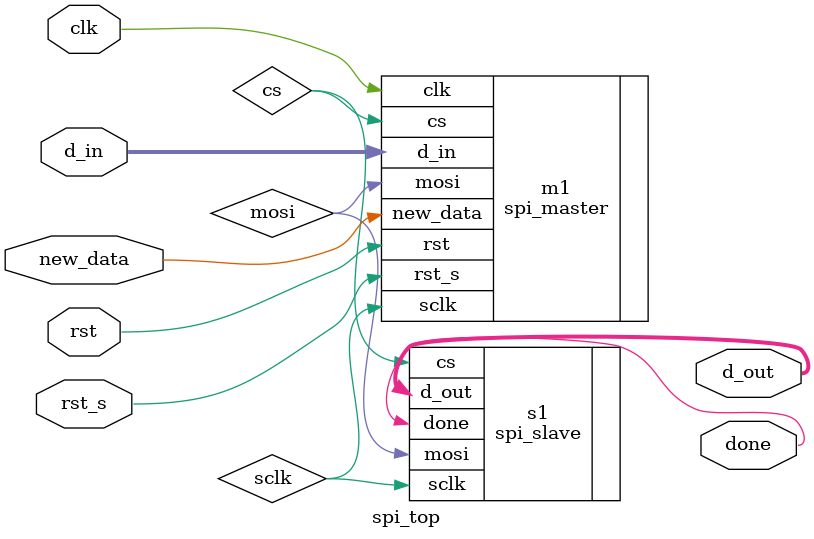
<source format=v>
`timescale 1ns/1ps
module spi_top( clk, d_in, new_data, rst, rst_s, done, d_out
);

input clk, new_data, rst, rst_s;
input [11:0] d_in;
output done;
output [11:0] d_out;

spi_master m1(
   . clk(clk), 
   . rst(rst),
   . rst_s(rst_s), 
   . new_data(new_data), 
   . d_in(d_in), 
   . cs(cs), 
   . mosi(mosi), 
   . sclk(sclk)
);

spi_slave s1(
.cs(cs), 
.mosi(mosi), 
.sclk(sclk), 
.d_out(d_out), 
.done(done)
);

endmodule


</source>
